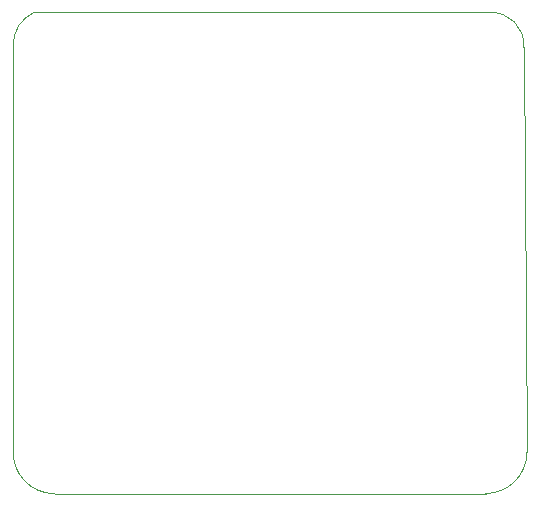
<source format=gbr>
%TF.GenerationSoftware,KiCad,Pcbnew,9.0.6*%
%TF.CreationDate,2026-02-08T19:37:56+05:30*%
%TF.ProjectId,stm32,73746d33-322e-46b6-9963-61645f706362,rev?*%
%TF.SameCoordinates,Original*%
%TF.FileFunction,Profile,NP*%
%FSLAX46Y46*%
G04 Gerber Fmt 4.6, Leading zero omitted, Abs format (unit mm)*
G04 Created by KiCad (PCBNEW 9.0.6) date 2026-02-08 19:37:56*
%MOMM*%
%LPD*%
G01*
G04 APERTURE LIST*
%TA.AperFunction,Profile*%
%ADD10C,0.050000*%
%TD*%
G04 APERTURE END LIST*
D10*
X91500000Y-62250000D02*
X91500000Y-59500000D01*
X93258591Y-56768901D02*
X131758591Y-56768901D01*
X95000000Y-97508917D02*
G75*
G02*
X91500000Y-93750000I0J3508917D01*
G01*
X135000000Y-94000000D02*
G75*
G02*
X131500000Y-97500000I-3500000J0D01*
G01*
X134732277Y-59727690D02*
X135000000Y-94000000D01*
X131500000Y-97500000D02*
X95000000Y-97500000D01*
X131758591Y-56768901D02*
G75*
G02*
X134732277Y-59727690I241409J-2731099D01*
G01*
X91500000Y-59500000D02*
G75*
G02*
X93258591Y-56768901I3000000J0D01*
G01*
X91500000Y-62250000D02*
X91500000Y-93750000D01*
M02*

</source>
